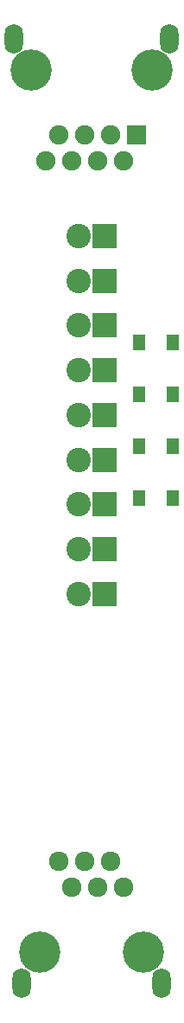
<source format=gbs>
G04 #@! TF.FileFunction,Soldermask,Bot*
%FSLAX46Y46*%
G04 Gerber Fmt 4.6, Leading zero omitted, Abs format (unit mm)*
G04 Created by KiCad (PCBNEW 4.0.2+dfsg1-stable) date Sat 24 Feb 2018 03:38:42 PM MST*
%MOMM*%
G01*
G04 APERTURE LIST*
%ADD10C,0.100000*%
%ADD11O,1.797000X2.940000*%
%ADD12C,4.049980*%
%ADD13R,1.901140X1.901140*%
%ADD14C,1.901140*%
%ADD15R,1.310000X1.620000*%
%ADD16C,1.924000*%
%ADD17R,2.400000X2.400000*%
%ADD18C,2.400000*%
G04 APERTURE END LIST*
D10*
D11*
X121920000Y-52832000D03*
D12*
X108361480Y-55880000D03*
X120230900Y-55880000D03*
D13*
X118745000Y-62230000D03*
D14*
X117475000Y-64770000D03*
X116205000Y-62230000D03*
X114935000Y-64770000D03*
X113665000Y-62230000D03*
X112395000Y-64770000D03*
X111125000Y-62230000D03*
X109855000Y-64770000D03*
D11*
X106680000Y-52832000D03*
D15*
X119015000Y-82550000D03*
X122285000Y-82550000D03*
X119015000Y-87630000D03*
X122285000Y-87630000D03*
X119015000Y-92710000D03*
X122285000Y-92710000D03*
X119015000Y-97790000D03*
X122285000Y-97790000D03*
D16*
X114919000Y-135890000D03*
X112379000Y-135890000D03*
X117459000Y-135890000D03*
X111109000Y-133350000D03*
X113649000Y-133350000D03*
X116189000Y-133350000D03*
D11*
X121158000Y-145288000D03*
X107442000Y-145288000D03*
D12*
X119380000Y-142240000D03*
X109220000Y-142240000D03*
D17*
X115570000Y-72085200D03*
D18*
X113030000Y-72085200D03*
D17*
X115570000Y-76466700D03*
D18*
X113030000Y-76466700D03*
D17*
X115570000Y-80848200D03*
D18*
X113030000Y-80848200D03*
D17*
X115570000Y-85229700D03*
D18*
X113030000Y-85229700D03*
D17*
X115570000Y-89611200D03*
D18*
X113030000Y-89611200D03*
D17*
X115570000Y-93992700D03*
D18*
X113030000Y-93992700D03*
D17*
X115570000Y-98374200D03*
D18*
X113030000Y-98374200D03*
D17*
X115570000Y-102755700D03*
D18*
X113030000Y-102755700D03*
D17*
X115570000Y-107137200D03*
D18*
X113030000Y-107137200D03*
M02*

</source>
